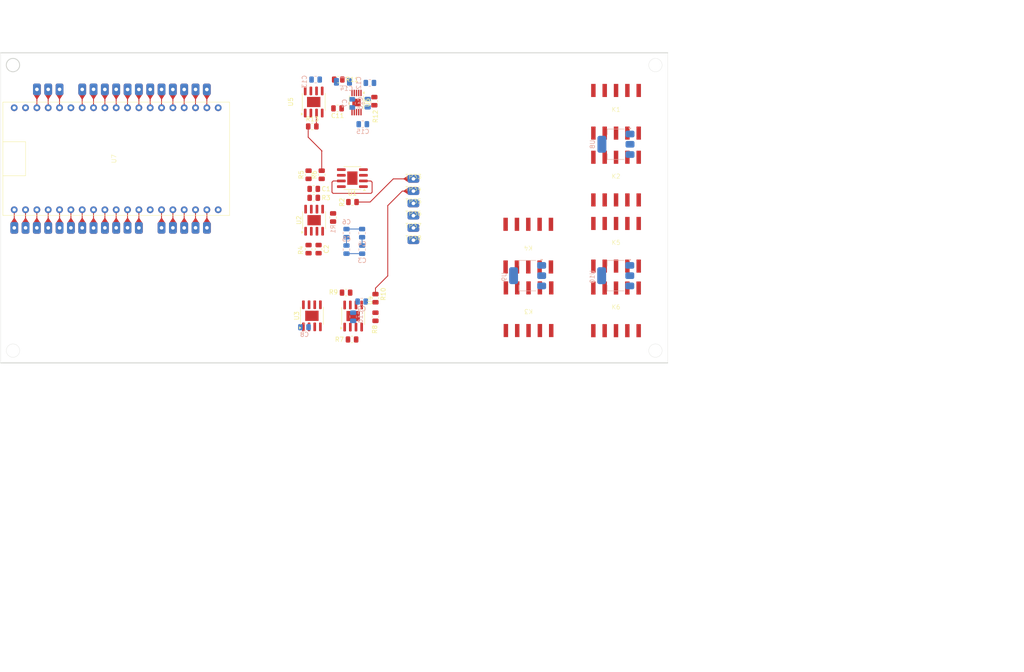
<source format=kicad_pcb>
(kicad_pcb (version 20240108) (generator "pcbnew") (generator_version "8.0")
  (layers (0 "F.Cu" signal) (1 "In1.Cu" signal) (2 "In2.Cu" signal) (31 "B.Cu" signal) (34 "B.Paste" user) (35 "F.Paste" user) (36 "B.SilkS" user "B.Silkscreen") (37 "F.SilkS" user "F.Silkscreen") (38 "B.Mask" user) (39 "F.Mask" user) (44 "Edge.Cuts" user))
  (net 0 "")
  (net 1 "LED_PWR")
  (net 2 "LED_GND")
  (net 3 "LED_IN")
  (net 4 "LED_OUT")
  (net 5 "GND")
  (net 6 "PORE>")
  (net 7 "-5V")
  (net 8 "+5V")
  (net 9 "GNDA")
  (net 10 "Net-(U4--)")
  (net 14 "Net-(U4-+)")
  (net 15 "Net-(U3-VA)")
  (net 16 "GUARD")
  (net 17 "NC")
  (net 18 "ADC_IN")
  (net 19 "LDAC_")
  (net 20 ">PORE")
  (net 21 "SDO")
  (net 22 "CNVST")
  (net 23 "Net-(U6-REF)")
  (net 24 "DAC_SDI")
  (net 25 "SCLK")
  (net 26 "Net-(U8-VI)")
  (net 28 "Net-(U8-GND)")
  (net 29 "REF")
  (net 31 "Net-(U9-GND)")
  (net 32 "Net-(U5-IN+)")
  (net 33 "Net-(U9-VI)")
  (net 36 "SDI")
  (net 37 "+3V3")
  (net 38 "BURN")
  (net 39 "SCK")
  (net 40 "CS_")
  (net 41 "Net-(U5-IN-)")
  (net 42 "Net-(U6-AIN+)")
  (net 43 "Net-(U10-GND)")
  (net 44 "Net-(U10-VI)")
  (net 45 "BAT1-")
  (net 46 "Net-(K1-Pad7)")
  (net 47 "BAT1+")
  (net 48 "Net-(K1-Pad9)")
  (net 49 "Net-(K1-Pad10)")
  (net 50 "Net-(K1-Pad4)")
  (net 51 "Net-(K1-Pad1)")
  (net 52 "BAT2-")
  (net 53 "BAT2+")
  (net 54 "Net-(K3-Pad1)")
  (net 55 "Net-(K3-Pad4)")
  (net 56 "Net-(K3-Pad10)")
  (net 57 "Net-(K3-Pad7)")
  (net 58 "Net-(K3-Pad9)")
  (net 59 "Net-(K5-Pad10)")
  (net 60 "Net-(K5-Pad7)")
  (net 61 "Net-(K5-Pad4)")
  (net 62 "Net-(K5-Pad9)")
  (net 63 "Net-(K5-Pad1)")
  (net 64 "Net-(U7-P5)")
  (net 65 "Net-(U7-SO2)")
  (net 66 "Net-(U7-CLK)")
  (net 67 "Net-(U7-P25)")
  (net 68 "Net-(U7-SUP)")
  (net 69 "Net-(U7-P13)")
  (net 70 "Net-(U7-P16)")
  (net 71 "Net-(U7-RX)")
  (net 72 "Net-(U7-P4)")
  (net 73 "Net-(U7-P32)")
  (net 74 "Net-(U7-SUN)")
  (net 75 "Net-(U7-P21)")
  (net 76 "Net-(U7-P18)")
  (net 77 "Net-(U7-P34)")
  (net 78 "Net-(U7-P17)")
  (net 79 "Net-(U7-P23)")
  (net 80 "Net-(U7-SD1)")
  (net 81 "Net-(U7-P26)")
  (net 82 "Net-(U7-P19)")
  (net 83 "Net-(U7-P14)")
  (net 84 "Net-(U7-P33)")
  (net 85 "Net-(U7-TX)")
  (net 86 "Net-(U7-P15)")
  (net 87 "Net-(U7-P35)")
  (net 88 "Net-(U7-P0)")
  (net 89 "Net-(U7-EN)")
  (net 90 "Net-(U7-P12)")
  (net 91 "Net-(U7-P22)")
  (net 92 "Net-(U7-P27)")
  (net 93 "Net-(U7-SO3)")
  (net 94 "Net-(U7-SDD)")
  (net 95 "Net-(U7-P2)")
  (net 96 "Net-(C2-Pad1)")
  (net 97 "Net-(U2-+)")
  (net 98 "Net-(U2--)")
  (footprint "TestPoint:Test Point" (layer "F.Cu") (at 81.467905 78.242436 90)
    (property "Reference" "TP31" (hide yes))
    (property "Value" "TestPoint" (hide yes))
  )
  (footprint "Library:ESP32-19x19" (layer "F.Cu") (at 76.39 62.75 90)
    (property "Reference" "U7")
    (property "Value" "~")
  )
  (footprint "TestPoint:Test Point" (layer "F.Cu") (at 61.147963 47.199385 90)
    (property "Reference" "TP6" (hide yes))
    (property "Value" "TestPoint" (hide yes))
  )
  (footprint "SMD_relay:relay" (layer "F.Cu") (at 168.81 96.47 180)
    (property "Reference" "K3")
    (property "Value" "Relay_DPST_Latching_2coil" (hide yes))
  )
  (footprint "Package_SO:SOIC-8-1EP_3.9x4.9mm_P1.27mm_EP2.29x3mm" (layer "F.Cu") (at 129.32 67.0875 180)
    (property "Reference" "U1")
    (property "Value" "LMP7721")
  )
  (footprint "TestPoint:Test Point" (layer "F.Cu") (at 96.699529 47.222863 90)
    (property "Reference" "TP14" (hide yes))
    (property "Value" "TestPoint" (hide yes))
  )
  (footprint "TestPoint:Test Point" (layer "F.Cu") (at 68.774007 47.207336 90)
    (property "Reference" "TP12" (hide yes))
    (property "Value" "TestPoint" (hide yes))
  )
  (footprint "TestPoint:Test Point" (layer "F.Cu") (at 68.773486 78.239549 90)
    (property "Reference" "TP10" (hide yes))
    (property "Value" "TestPoint" (hide yes))
  )
  (footprint "Package_SO:SOIC-8-1EP_3.9x4.9mm_P1.27mm_EP2.29x3mm" (layer "F.Cu") (at 120.25 97.95 90)
    (property "Reference" "U3")
    (property "Value" "MCP4822")
  )
  (footprint "Package_SO:MSOP-10-1EP_3x3mm_P0.5mm_EP1.68x1.88mm" (layer "F.Cu") (at 130.25 50.15 -90)
    (property "Reference" "U6")
    (property "Value" "MAX11169")
  )
  (footprint "TestPoint:Test Point" (layer "F.Cu") (at 66.2333 78.236425 90)
    (property "Reference" "TP13" (hide yes))
    (property "Value" "TestPoint" (hide yes))
  )
  (footprint "SMD_relay:relay" (layer "F.Cu") (at 188.42 82.03)
    (property "Reference" "K5")
    (property "Value" "Relay_DPST_Latching_2coil" (hide yes))
  )
  (footprint "Resistor_SMD:R_0805_2012Metric" (layer "F.Cu") (at 120.6625 71.5 180)
    (property "Reference" "R3")
    (property "Value" "100")
  )
  (footprint "TestPoint:Test Point" (layer "F.Cu") (at 84.014091 47.196509 90)
    (property "Reference" "TP30" (hide yes))
    (property "Value" "TestPoint" (hide yes))
  )
  (footprint "TestPoint:Test Point" (layer "F.Cu") (at 86.555322 47.205774 90)
    (property "Reference" "TP2" (hide yes))
    (property "Value" "TestPoint" (hide yes))
  )
  (footprint "TestPoint:Test Point" (layer "F.Cu") (at 143 78.25)
    (property "Reference" "TP37")
    (property "Value" "TestPoint")
  )
  (footprint "Package_SO:SOIC-8-1EP_3.9x4.9mm_P1.27mm_EP2.29x3mm" (layer "F.Cu") (at 120.75 76.5175 90)
    (property "Reference" "U2")
    (property "Value" "OP07")
  )
  (footprint "TestPoint:Test Point" (layer "F.Cu") (at 56.070458 78.237072 90)
    (property "Reference" "TP25" (hide yes))
    (property "Value" "TestPoint" (hide yes))
  )
  (footprint "TestPoint:Test Point" (layer "F.Cu") (at 63.699269 78.239043 90)
    (property "Reference" "TP16" (hide yes))
    (property "Value" "TestPoint" (hide yes))
  )
  (footprint "TestPoint:Test Point" (layer "F.Cu") (at 91.626826 47.216179 90)
    (property "Reference" "TP8" (hide yes))
    (property "Value" "TestPoint" (hide yes))
  )
  (footprint "Package_SO:SOIC-8-1EP_3.9x4.9mm_P1.27mm_EP2.29x3mm" (layer "F.Cu") (at 129.5 98 90)
    (property "Reference" "U4")
    (property "Value" "OP07")
  )
  (footprint "TestPoint:Test Point" (layer "F.Cu") (at 143 70)
    (property "Reference" "TP34")
    (property "Value" "TestPoint")
  )
  (footprint "SMD_relay:relay" (layer "F.Cu") (at 188.42 52.22)
    (property "Reference" "K1")
    (property "Value" "Relay_DPST_Latching_2coil" (hide yes))
  )
  (footprint "Package_SO:SOIC-8-1EP_3.9x4.9mm_P1.27mm_EP2.29x3mm" (layer "F.Cu") (at 120.655 50.025 90)
    (property "Reference" "U5")
    (property "Value" "MAX9632ASA_")
  )
  (footprint "TestPoint:Test Point" (layer "F.Cu") (at 143 81)
    (property "Reference" "TP38")
    (property "Value" "TestPoint")
  )
  (footprint "SMD_relay:relay" (layer "F.Cu") (at 168.75 82.22 180)
    (property "Reference" "K4")
    (property "Value" "Relay_DPST_Latching_2coil" (hide yes))
  )
  (footprint "TestPoint:Test Point" (layer "F.Cu") (at 63.691284 47.197424 90)
    (property "Reference" "TP9" (hide yes))
    (property "Value" "TestPoint" (hide yes))
  )
  (footprint "Resistor_SMD:R_0805_2012Metric" (layer "F.Cu") (at 134.25 49.8375 90)
    (property "Reference" "R12")
    (property "Value" "50")
  )
  (footprint "Resistor_SMD:R_0805_2012Metric" (layer "F.Cu") (at 127.9125 92.75)
    (property "Reference" "R9")
    (property "Value" "1000")
  )
  (footprint "TestPoint:Test Point" (layer "F.Cu") (at 143 72.75)
    (property "Reference" "TP35")
    (property "Value" "TestPoint")
  )
  (footprint "Resistor_SMD:R_0805_2012Metric" (layer "F.Cu") (at 119.5 66.3375 90)
    (property "Reference" "R5")
    (property "Value" "100")
  )
  (footprint "Resistor_SMD:R_0805_2012Metric" (layer "F.Cu") (at 119.5 83 -90)
    (property "Reference" "R4")
    (property "Value" "1000")
  )
  (footprint "Resistor_SMD:R_0805_2012Metric" (layer "F.Cu") (at 120.3375 55.5)
    (property "Reference" "R13")
    (property "Value" "0")
  )
  (footprint "TestPoint:Test Point" (layer "F.Cu") (at 76.387524 47.193115 90)
    (property "Reference" "TP21" (hide yes))
    (property "Value" "TestPoint" (hide yes))
  )
  (footprint "TestPoint:Test Point" (layer "F.Cu") (at 94.168842 78.22702 90)
    (property "Reference" "TP20" (hide yes))
    (property "Value" "TestPoint" (hide yes))
  )
  (footprint "TestPoint:Test Point" (layer "F.Cu") (at 91.631088 78.243104 90)
    (property "Reference" "TP23" (hide yes))
    (property "Value" "TestPoint" (hide yes))
  )
  (footprint "TestPoint:Test Point" (layer "F.Cu") (at 58.597808 78.237892 90)
    (property "Reference" "TP22" (hide yes))
    (property "Value" "TestPoint" (hide yes))
  )
  (footprint "TestPoint:Test Point" (layer "F.Cu") (at 73.852294 78.236551 90)
    (property "Reference" "TP4" (hide yes))
    (property "Value" "TestPoint" (hide yes))
  )
  (footprint "TestPoint:Test Point" (layer "F.Cu") (at 96.718164 78.223109 90)
    (property "Reference" "TP17" (hide yes))
    (property "Value" "TestPoint" (hide yes))
  )
  (footprint "TestPoint:Test Point" (layer "F.Cu") (at 89.09499 78.23329 90)
    (property "Reference" "TP26" (hide yes))
    (property "Value" "TestPoint" (hide yes))
  )
  (footprint "TestPoint:Test Point" (layer "F.Cu") (at 73.841596 47.211118 90)
    (property "Reference" "TP18" (hide yes))
    (property "Value" "TestPoint" (hide yes))
  )
  (footprint "TestPoint:Test Point" (layer "F.Cu") (at 53.544494 78.239549 90)
    (property "Reference" "TP28" (hide yes))
    (property "Value" "TestPoint" (hide yes))
  )
  (footprint "TestPoint:Test Point" (layer "F.Cu") (at 78.923669 78.208898 90)
    (property "Reference" "TP32" (hide yes))
    (property "Value" "TestPoint" (hide yes))
  )
  (footprint "Resistor_SMD:R_0805_2012Metric" (layer "F.Cu") (at 134.5 94 90)
    (property "Reference" "R10")
    (property "Value" "1000")
  )
  (footprint "Resistor_SMD:R_0805_2012Metric" (layer "F.Cu") (at 129.25 103.25)
    (property "Reference" "R7")
    (property "Value" "1000")
  )
  (footprint "SMD_relay:relay" (layer "F.Cu") (at 188.41 96.5)
    (property "Reference" "K6")
    (property "Value" "Relay_DPST_Latching_2coil" (hide yes))
  )
  (footprint "TestPoint:Test Point" (layer "F.Cu") (at 78.941965 47.21848 90)
    (property "Reference" "TP24" (hide yes))
    (property "Value" "TestPoint")
  )
  (footprint "TestPoint:Test Point" (layer "F.Cu") (at 71.306237 78.256787 90)
    (property "Reference" "TP7" (hide yes))
    (property "Value" "TestPoint" (hide yes))
  )
  (footprint "TestPoint:Test Point" (layer "F.Cu") (at 143 67.25)
    (property "Reference" "TP33")
    (property "Value" "TestPoint")
  )
  (footprint "TestPoint:Test Point" (layer "F.Cu") (at 89.08455 47.223916 90)
    (property "Reference" "TP5" (hide yes))
    (property "Value" "TestPoint" (hide yes))
  )
  (footprint "Resistor_SMD:R_0805_2012Metric" (layer "F.Cu") (at 134.5 98.1625 90)
    (property "Reference" "R8")
    (property "Value" "R")
  )
  (footprint "Resistor_SMD:R_0805_2012Metric" (layer "F.Cu") (at 120.6625 69.5 180)
    (property "Reference" "C1")
    (property "Value" "100nF")
  )
  (footprint "TestPoint:Test Point" (layer "F.Cu") (at 61.15214 78.242817 90)
    (property "Reference" "TP19" (hide yes))
    (property "Value" "TestPoint" (hide yes))
  )
  (footprint "TestPoint:Test Point" (layer "F.Cu") (at 143 75.5)
    (property "Reference" "TP36")
    (property "Value" "TestPoint")
  )
  (footprint "Resistor_SMD:R_0805_2012Metric" (layer "F.Cu") (at 126.1625 45)
    (property "Reference" "R11")
    (property "Value" "10")
  )
  (footprint "Resistor_SMD:R_0805_2012Metric" (layer "F.Cu") (at 122.45 66.3375 90)
    (property "Reference" "R6")
    (property "Value" "1K")
  )
  (footprint "TestPoint:Test Point" (layer "F.Cu") (at 71.30976 47.187135 90)
    (property "Reference" "TP15" (hide yes))
    (property "Value" "TestPoint" (hide yes))
  )
  (footprint "TestPoint:Test Point" (layer "F.Cu") (at 81.468164 47.20669 90)
    (property "Reference" "TP27" (hide yes))
    (property "Value" "TestPoint" (hide yes))
  )
  (footprint "TestPoint:Test Point" (layer "F.Cu") (at 58.614953 47.19834 90)
    (property "Reference" "TP3" (hide yes))
    (property "Value" "TestPoint" (hide yes))
  )
  (footprint "Resistor_SMD:R_0805_2012Metric" (layer "F.Cu") (at 129.347122 72.451268)
    (property "Reference" "R2")
    (property "Value" "1M")
  )
  (footprint "SMD_relay:relay" (layer "F.Cu") (at 188.42 67.19)
    (property "Reference" "K2")
    (property "Value" "Relay_DPST_Latching_2coil" (hide yes))
  )
  (footprint "Resistor_SMD:R_0805_2012Metric" (layer "F.Cu") (at 126 51.45 180)
    (property "Reference" "C11")
    (property "Value" "4,7nF")
  )
  (footprint "Resistor_SMD:R_0805_2012Metric" (layer "F.Cu") (at 125 75.9125 -90)
    (property "Reference" "R1")
    (property "Value" "1K")
  )
  (footprint "TestPoint:Test Point" (layer "F.Cu") (at 94.169101 47.209825 90)
    (property "Reference" "TP11" (hide yes))
    (property "Value" "TestPoint" (hide yes))
  )
  (footprint "TestPoint:Test Point" (layer "F.Cu") (at 76.388439 78.232762 90)
    (property "Reference" "TP1" (hide yes))
    (property "Value" "TestPoint" (hide yes))
  )
  (footprint "Resistor_SMD:R_0805_2012Metric" (layer "F.Cu") (at 121.75 83 90)
    (property "Reference" "C2")
    (property "Value" "2pF")
  )
  (footprint "TestPoint:Test Point" (layer "F.Cu") (at 86.54945 78.228722 90)
    (property "Reference" "TP29" (hide yes))
    (property "Value" "TestPoint" (hide yes))
  )
  (footprint "Resistor_SMD:R_0805_2012Metric" (layer "B.Cu") (at 129.5 98.1625 90)
    (property "Reference" "C10")
    (property "Value" "100nF")
  )
  (footprint "Resistor_SMD:R_0805_2012Metric" (layer "B.Cu") (at 131.4125 94.75)
    (property "Reference" "C9")
    (property "Value" "100nF")
  )
  (footprint "Resistor_SMD:R_0805_2012Metric" (layer "B.Cu") (at 121.0875 45)
    (property "Reference" "C13")
    (property "Value" "10uF")
  )
  (footprint "Package_TO_SOT_SMD:SOT-223-3_TabPin2" (layer "B.Cu") (at 188.4 59.5 180)
    (property "Reference" "U8")
    (property "Value" "AMS1117+5")
  )
  (footprint "Resistor_SMD:R_0805_2012Metric" (layer "B.Cu") (at 131.5 79.4125 -90)
    (property "Reference" "C4")
    (property "Value" "100nF")
  )
  (footprint "Resistor_SMD:R_0805_2012Metric" (layer "B.Cu") (at 133.25 45.75)
    (property "Reference" "C12")
    (property "Value" "10nF")
  )
  (footprint "Resistor_SMD:R_0805_2012Metric" (layer "B.Cu") (at 132.75 50.2875 -90)
    (property "Reference" "C16")
    (property "Value" "10uF")
  )
  (footprint "Resistor_SMD:R_0805_2012Metric" (layer "B.Cu") (at 128 83.1 -90)
    (property "Reference" "C5")
    (property "Value" "100nF")
  )
  (footprint "Package_TO_SOT_SMD:SOT-223-3_TabPin2" (layer "B.Cu") (at 188.35 88.95 180)
    (property "Reference" "U10")
    (property "Value" "AMS1117+3V3")
  )
  (footprint "Resistor_SMD:R_1206_3216Metric" (layer "B.Cu") (at 127.2125 45.5 180)
    (property "Reference" "C14")
    (property "Value" "10uF")
  )
  (footprint "Resistor_SMD:R_0805_2012Metric" (layer "B.Cu") (at 131.6625 55)
    (property "Reference" "C15")
    (property "Value" "10nF")
  )
  (footprint "Resistor_SMD:R_0805_2012Metric" (layer "B.Cu") (at 129.25 50.3375 -90)
    (property "Reference" "C7")
    (property "Value" "100nF")
  )
  (footprint "Package_TO_SOT_SMD:SOT-223-3_TabPin2" (layer "B.Cu") (at 168.6 88.95 180)
    (property "Reference" "U9")
    (property "Value" "AMS1117-5")
  )
  (footprint "Resistor_SMD:R_0805_2012Metric" (layer "B.Cu") (at 118.5875 100.5)
    (property "Reference" "C8")
    (property "Value" "1uF")
  )
  (footprint "Resistor_SMD:R_0805_2012Metric" (layer "B.Cu") (at 131.516838 83.11393 90)
    (property "Reference" "C3")
    (property "Value" "10nF")
  )
  (footprint "Resistor_SMD:R_0805_2012Metric" (layer "B.Cu") (at 128 79.4125 90)
    (property "Reference" "C6")
    (property "Value" "10nF")
  )
  (gr_line (start 50.5 39) (end 200 39) (stroke (width 0.2)) (layer "Edge.Cuts"))
  (gr_circle (center 53.25 105.75) (end 54.75 105.75) (stroke (width 0.05)) (fill none) (layer "Edge.Cuts"))
  (gr_line (start 200 108.5) (end 50.5 108.5) (stroke (width 0.2)) (layer "Edge.Cuts"))
  (gr_circle (center 197.25 105.75) (end 198.75 105.75) (stroke (width 0.05)) (fill none) (layer "Edge.Cuts"))
  (gr_circle (center 197.25 41.75) (end 198.75 41.75) (stroke (width 0.05)) (fill none) (layer "Edge.Cuts"))
  (gr_line (start 50.5 108.5) (end 50.5 39) (stroke (width 0.05)) (layer "Edge.Cuts"))
  (gr_circle (center 53.25 41.75) (end 54.75 41.75) (stroke (width 0.2)) (fill none) (layer "Edge.Cuts"))
  (gr_line (start 200 39) (end 200 108.5) (stroke (width 0.05)) (layer "Edge.Cuts"))
  (segment (start 128 84.0125) (end 131.502908 84.0125) (width 0.2) (layer "B.Cu") (net 5))
  (segment (start 128 78.5) (end 131.5 78.5) (width 0.2) (layer "B.Cu") (net 5))
  (segment (start 131.502908 84.0125) (end 131.516838 84.02643) (width 0.2) (layer "B.Cu") (net 5))
  (segment (start 130.259622 72.451268) (end 133.298732 72.451268) (width 0.2) (layer "F.Cu") (net 6))
  (segment (start 133.298732 72.451268) (end 138.5 67.25) (width 0.2) (layer "F.Cu") (net 6))
  (segment (start 138.5 67.25) (end 143 67.25) (width 0.2) (layer "F.Cu") (net 6))
  (segment (start 128 80.325) (end 128 82.1875) (width 0.2) (layer "B.Cu") (net 7))
  (segment (start 131.5 80.325) (end 131.5 82.184592) (width 0.2) (layer "B.Cu") (net 8))
  (segment (start 131.5 82.184592) (end 131.516838 82.20143) (width 0.2) (layer "B.Cu") (net 8))
  (segment (start 124.75 68) (end 124.75 70.25) (width 0.2) (layer "F.Cu") (net 16))
  (segment (start 125.0275 67.7225) (end 124.75 68) (width 0.2) (layer "F.Cu") (net 16))
  (segment (start 133.25 67.75) (end 133.2225 67.7225) (width 0.2) (layer "F.Cu") (net 16))
  (segment (start 133.75 68) (end 133.5 67.75) (width 0.2) (layer "F.Cu") (net 16))
  (segment (start 133.75 70.25) (end 133.75 68) (width 0.2) (layer "F.Cu") (net 16))
  (segment (start 133.5 70.5) (end 133.75 70.25) (width 0.2) (layer "F.Cu") (net 16))
  (segment (start 126.845 67.7225) (end 125.0275 67.7225) (width 0.2) (layer "F.Cu") (net 16))
  (segment (start 124.75 70.25) (end 125 70.5) (width 0.2) (layer "F.Cu") (net 16))
  (segment (start 131.795 67.7225) (end 133.4725 67.7225) (width 0.2) (layer "F.Cu") (net 16))
  (segment (start 125 70.5) (end 133.5 70.5) (width 0.2) (layer "F.Cu") (net 16))
  (segment (start 133.5 67.75) (end 133.25 67.75) (width 0.2) (layer "F.Cu") (net 16))
  (segment (start 133.4725 67.7225) (end 133.5 67.75) (width 0.2) (layer "F.Cu") (net 16))
  (segment (start 122.5 61) (end 122.45 61.05) (width 0.2) (layer "F.Cu") (net 18))
  (segment (start 119.425 55.5) (end 119.425 57.925) (width 0.2) (layer "F.Cu") (net 18))
  (segment (start 119.425 57.925) (end 122.5 61) (width 0.2) (layer "F.Cu") (net 18))
  (segment (start 122.45 61.05) (end 122.45 65.425) (width 0.2) (layer "F.Cu") (net 18))
  (segment (start 137.25 73.25) (end 137.25 89) (width 0.2) (layer "F.Cu") (net 20))
  (segment (start 137.25 89) (end 134.5 91.75) (width 0.2) (layer "F.Cu") (net 20))
  (segment (start 140.5 70) (end 137.25 73.25) (width 0.2) (layer "F.Cu") (net 20))
  (segment (start 143 70) (end 140.5 70) (width 0.2) (layer "F.Cu") (net 20))
  (segment (start 134.5 91.75) (end 134.5 93.0875) (width 0.2) (layer "F.Cu") (net 20))
  (segment (start 121.25 52.54) (end 121.29 52.5) (width 0.2) (layer "F.Cu") (net 32))
  (segment (start 121.25 55.5) (end 121.25 52.54) (width 0.2) (layer "F.Cu") (net 32))
  (segment (start 76.388439 78.232762) (end 76.388439 74.181561) (width 0.2) (layer "F.Cu") (net 64))
  (segment (start 76.388439 74.181561) (end 76.39 74.18) (width 0.2) (layer "F.Cu") (net 64))
  (segment (start 61.15 51.32) (end 61.15 47.201422) (width 0.2) (layer "F.Cu") (net 65))
  (segment (start 61.15 47.201422) (end 61.147963 47.199385) (width 0.2) (layer "F.Cu") (net 65))
  (segment (start 53.544494 78.239549) (end 53.544494 74.194494) (width 0.2) (layer "F.Cu") (net 66))
  (segment (start 53.544494 74.194494) (end 53.53 74.18) (width 0.2) (layer "F.Cu") (net 66))
  (segment (start 78.93 51.32) (end 78.93 47.230445) (width 0.2) (layer "F.Cu") (net 67))
  (segment (start 78.93 47.230445) (end 78.941965 47.21848) (width 0.2) (layer "F.Cu") (net 67))
  (segment (start 94.17 51.32) (end 94.17 47.210724) (width 0.2) (layer "F.Cu") (net 68))
  (segment (start 94.17 47.210724) (end 94.169101 47.209825) (width 0.2) (layer "F.Cu") (net 68))
  (segment (start 63.69 47.198708) (end 63.691284 47.197424) (width 0.2) (layer "F.Cu") (net 69))
  (segment (start 63.69 51.32) (end 63.69 47.198708) (width 0.2) (layer "F.Cu") (net 69))
  (segment (start 71.306237 78.256787) (end 71.306237 74.183763) (width 0.2) (layer "F.Cu") (net 70))
  (segment (start 71.306237 74.183763) (end 71.31 74.18) (width 0.2) (layer "F.Cu") (net 70))
  (segment (start 89.09499 78.23329) (end 89.09499 74.18499) (width 0.2) (layer "F.Cu") (net 71))
  (segment (start 89.09499 74.18499) (end 89.09 74.18) (width 0.2) (layer "F.Cu") (net 71))
  (segment (start 68.77 78.236063) (end 68.773486 78.239549) (width 0.2) (layer "F.Cu") (net 72))
  (segment (start 68.77 74.18) (end 68.77 78.236063) (width 0.2) (layer "F.Cu") (net 72))
  (segment (start 84.01 51.32) (end 84.01 47.2006) (width 0.2) (layer "F.Cu") (net 73))
  (segment (start 84.01 47.2006) (end 84.014091 47.196509) (width 0.2) (layer "F.Cu") (net 73))
  (segment (start 91.626826 51.316826) (end 91.63 51.32) (width 0.2) (layer "F.Cu") (net 74))
  (segment (start 91.626826 47.216179) (end 91.626826 51.316826) (width 0.2) (layer "F.Cu") (net 74))
  (segment (start 86.55 78.228172) (end 86.54945 78.228722) (width 0.2) (layer "F.Cu") (net 75))
  (segment (start 86.55 74.18) (end 86.55 78.228172) (width 0.2) (layer "F.Cu") (net 75))
  (segment (start 78.93 74.18) (end 78.93 78.202567) (width 0.2) (layer "F.Cu") (net 76))
  (segment (start 78.93 78.202567) (end 78.923669 78.208898) (width 0.2) (layer "F.Cu") (net 76))
  (segment (start 89.09 47.229366) (end 89.08455 47.223916) (width 0.2) (layer "F.Cu") (net 77))
  (segment (start 89.09 51.32) (end 89.09 47.229366) (width 0.2) (layer "F.Cu") (net 77))
  (segment (start 73.85 74.18) (end 73.85 78.234257) (width 0.2) (layer "F.Cu") (net 78))
  (segment (start 73.85 78.234257) (end 73.852294 78.236551) (width 0.2) (layer "F.Cu") (net 78))
  (segment (start 96.71 78.214945) (end 96.718164 78.223109) (width 0.2) (layer "F.Cu") (net 79))
  (segment (start 96.71 74.18) (end 96.71 78.214945) (width 0.2) (layer "F.Cu") (net 79))
  (segment (start 58.597808 74.192192) (end 58.61 74.18) (width 0.2) (layer "F.Cu") (net 80))
  (segment (start 58.597808 78.237892) (end 58.597808 74.192192) (width 0.2) (layer "F.Cu") (net 80))
  (segment (start 76.39 47.195591) (end 76.387524 47.193115) (width 0.2) (layer "F.Cu") (net 81))
  (segment (start 76.39 51.32) (end 76.39 47.195591) (width 0.2) (layer "F.Cu") (net 81))
  (segment (start 81.467905 78.242436) (end 81.467905 74.182095) (width 0.2) (layer "F.Cu") (net 82))
  (segment (start 81.467905 74.182095) (end 81.47 74.18) (width 0.2) (layer "F.Cu") (net 82))
  (segment (start 71.31 51.32) (end 71.31 47.187375) (width 0.2) (layer "F.Cu") (net 83))
  (segment (start 71.31 47.187375) (end 71.30976 47.187135) (width 0.2) (layer "F.Cu") (net 83))
  (segment (start 81.47 47.208526) (end 81.468164 47.20669) (width 0.2) (layer "F.Cu") (net 84))
  (segment (start 81.47 51.32) (end 81.47 47.208526) (width 0.2) (layer "F.Cu") (net 84))
  (segment (start 91.63 78.242016) (end 91.631088 78.243104) (width 0.2) (layer "F.Cu") (net 85))
  (segment (start 91.63 74.18) (end 91.63 78.242016) (width 0.2) (layer "F.Cu") (net 85))
  (segment (start 61.15 78.240677) (end 61.15214 78.242817) (width 0.2) (layer "F.Cu") (net 86))
  (segment (start 61.15 74.18) (end 61.15 78.240677) (width 0.2) (layer "F.Cu") (net 86))
  (segment (start 86.555322 47.205774) (end 86.555322 51.314678) (width 0.2) (layer "F.Cu") (net 87))
  (segment (start 86.555322 51.314678) (end 86.55 51.32) (width 0.2) (layer "F.Cu") (net 87))
  (segment (start 66.2333 78.236425) (end 66.2333 74.1833) (width 0.2) (layer "F.Cu") (net 88))
  (segment (start 66.2333 74.1833) (end 66.23 74.18) (width 0.2) (layer "F.Cu") (net 88))
  (segment (start 96.699529 47.222863) (end 96.699529 51.309529) (width 0.2) (layer "F.Cu") (net 89))
  (segment (start 96.699529 51.309529) (end 96.71 51.32) (width 0.2) (layer "F.Cu") (net 89))
  (segment (start 68.77 51.32) (end 68.77 47.211343) (width 0.2) (layer "F.Cu") (net 90))
  (segment (start 68.77 47.211343) (end 68.774007 47.207336) (width 0.2) (layer "F.Cu") (net 90))
  (segment (start 94.168842 74.181158) (end 94.17 74.18) (width 0.2) (layer "F.Cu") (net 91))
  (segment (start 94.168842 78.22702) (end 94.168842 74.181158) (width 0.2) (layer "F.Cu") (net 91))
  (segment (start 73.85 51.32) (end 73.85 47.219522) (width 0.2) (layer "F.Cu") (net 92))
  (segment (start 73.85 47.219522) (end 73.841596 47.211118) (width 0.2) (layer "F.Cu") (net 92))
  (segment (start 58.61 51.32) (end 58.61 47.203293) (width 0.2) (layer "F.Cu") (net 93))
  (segment (start 58.61 47.203293) (end 58.614953 47.19834) (width 0.2) (layer "F.Cu") (net 93))
  (segment (start 56.07 74.18) (end 56.07 78.236614) (width 0.2) (layer "F.Cu") (net 94))
  (segment (start 56.07 78.236614) (end 56.070458 78.237072) (width 0.2) (layer "F.Cu") (net 94))
  (segment (start 63.699269 74.189269) (end 63.69 74.18) (width 0.2) (layer "F.Cu") (net 95))
  (segment (start 63.699269 78.239043) (end 63.699269 74.189269) (width 0.2) (layer "F.Cu") (net 95))
)
</source>
